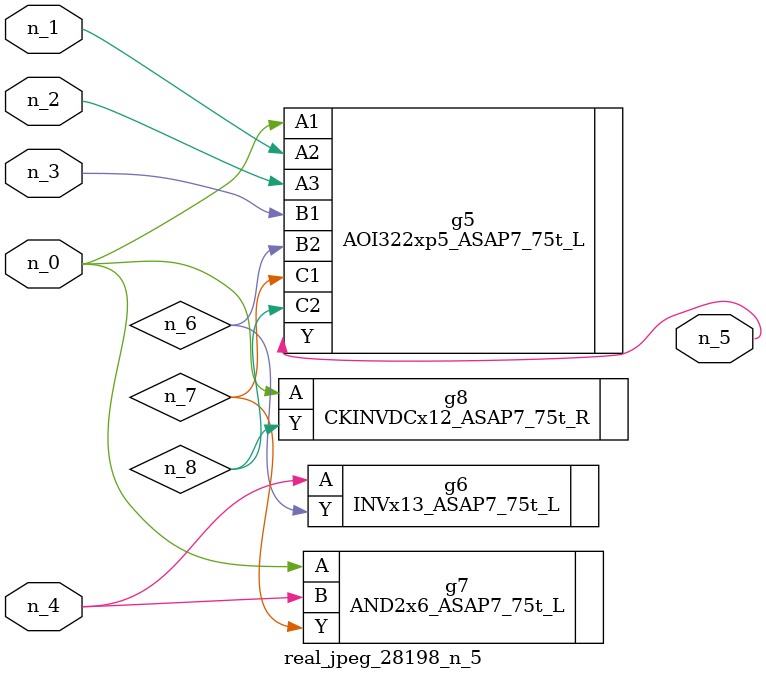
<source format=v>
module real_jpeg_28198_n_5 (n_4, n_0, n_1, n_2, n_3, n_5);

input n_4;
input n_0;
input n_1;
input n_2;
input n_3;

output n_5;

wire n_8;
wire n_6;
wire n_7;

AOI322xp5_ASAP7_75t_L g5 ( 
.A1(n_0),
.A2(n_1),
.A3(n_2),
.B1(n_3),
.B2(n_6),
.C1(n_7),
.C2(n_8),
.Y(n_5)
);

AND2x6_ASAP7_75t_L g7 ( 
.A(n_0),
.B(n_4),
.Y(n_7)
);

CKINVDCx12_ASAP7_75t_R g8 ( 
.A(n_0),
.Y(n_8)
);

INVx13_ASAP7_75t_L g6 ( 
.A(n_4),
.Y(n_6)
);


endmodule
</source>
